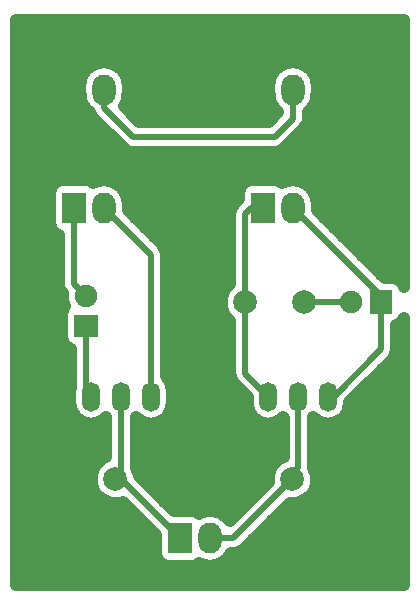
<source format=gbr>
%TF.GenerationSoftware,KiCad,Pcbnew,4.0.4-stable*%
%TF.CreationDate,2016-11-28T19:33:47+01:00*%
%TF.ProjectId,Channel_Sw_Prototype,4368616E6E656C5F53775F50726F746F,rev?*%
%TF.FileFunction,Copper,L1,Top,Signal*%
%FSLAX46Y46*%
G04 Gerber Fmt 4.6, Leading zero omitted, Abs format (unit mm)*
G04 Created by KiCad (PCBNEW 4.0.4-stable) date 11/28/16 19:33:47*
%MOMM*%
%LPD*%
G01*
G04 APERTURE LIST*
%ADD10C,0.100000*%
%ADD11R,1.900000X2.000000*%
%ADD12C,1.900000*%
%ADD13R,2.000000X1.900000*%
%ADD14R,2.000000X2.600000*%
%ADD15O,2.000000X2.600000*%
%ADD16O,1.501140X2.499360*%
%ADD17C,1.998980*%
%ADD18C,0.500000*%
%ADD19C,1.000000*%
G04 APERTURE END LIST*
D10*
D11*
X132000000Y-75000000D03*
D12*
X129460000Y-75000000D03*
D13*
X107000000Y-77000000D03*
D12*
X107000000Y-74460000D03*
D14*
X106000000Y-57000000D03*
D15*
X108540000Y-57000000D03*
D14*
X122000000Y-67000000D03*
D15*
X124540000Y-67000000D03*
D14*
X106000000Y-67000000D03*
D15*
X108540000Y-67000000D03*
D14*
X122000000Y-57000000D03*
D15*
X124540000Y-57000000D03*
D14*
X115000000Y-95000000D03*
D15*
X117540000Y-95000000D03*
D16*
X125000000Y-83000000D03*
X122460000Y-83000000D03*
X127540000Y-83000000D03*
X110000000Y-83000000D03*
X107460000Y-83000000D03*
X112540000Y-83000000D03*
D17*
X124499360Y-90000000D03*
X119498100Y-90000000D03*
X120500640Y-75000000D03*
X125501900Y-75000000D03*
X109499360Y-90000000D03*
X104498100Y-90000000D03*
D18*
X132000000Y-75000000D02*
X132000000Y-74460000D01*
X132000000Y-74460000D02*
X124540000Y-67000000D01*
X127540000Y-83000000D02*
X128000000Y-83000000D01*
X128000000Y-83000000D02*
X132000000Y-79000000D01*
X132000000Y-79000000D02*
X132000000Y-75000000D01*
X127540000Y-83000000D02*
X127540000Y-82460000D01*
X125501900Y-75000000D02*
X129460000Y-75000000D01*
X107000000Y-77000000D02*
X107000000Y-82540000D01*
X107000000Y-82540000D02*
X107460000Y-83000000D01*
X106000000Y-67000000D02*
X106000000Y-73460000D01*
X106000000Y-73460000D02*
X107000000Y-74460000D01*
X108540000Y-57000000D02*
X108540000Y-58540000D01*
X124540000Y-59460000D02*
X124540000Y-57000000D01*
X123000000Y-61000000D02*
X124540000Y-59460000D01*
X111000000Y-61000000D02*
X123000000Y-61000000D01*
X108540000Y-58540000D02*
X111000000Y-61000000D01*
X120500640Y-75000000D02*
X120500640Y-81040640D01*
X120500640Y-81040640D02*
X122460000Y-83000000D01*
X122000000Y-67000000D02*
X121000000Y-67000000D01*
X121000000Y-67000000D02*
X120500640Y-67499360D01*
X120500640Y-67499360D02*
X120500640Y-75000000D01*
X112540000Y-83000000D02*
X112540000Y-71000000D01*
X112540000Y-71000000D02*
X108540000Y-67000000D01*
X109499360Y-90000000D02*
X110000000Y-90000000D01*
X110000000Y-90000000D02*
X115000000Y-95000000D01*
X110000000Y-83000000D02*
X110000000Y-89499360D01*
X110000000Y-89499360D02*
X109499360Y-90000000D01*
X110000000Y-89499360D02*
X109499360Y-90000000D01*
X124499360Y-90000000D02*
X124499360Y-89500640D01*
X124499360Y-89500640D02*
X125000000Y-89000000D01*
X125000000Y-89000000D02*
X125000000Y-83000000D01*
X117540000Y-95000000D02*
X119499360Y-95000000D01*
X119499360Y-95000000D02*
X124499360Y-90000000D01*
X117540000Y-95000000D02*
X117540000Y-93959360D01*
X117540000Y-94959360D02*
X117540000Y-95000000D01*
D19*
X101083000Y-51083000D02*
X133917000Y-51083000D01*
X101083000Y-51883000D02*
X133917000Y-51883000D01*
X101083000Y-52683000D02*
X133917000Y-52683000D01*
X101083000Y-53483000D02*
X133917000Y-53483000D01*
X101083000Y-54283000D02*
X133917000Y-54283000D01*
X101083000Y-55083000D02*
X107347486Y-55083000D01*
X109732515Y-55083000D02*
X123347486Y-55083000D01*
X125732515Y-55083000D02*
X133917000Y-55083000D01*
X101083000Y-55883000D02*
X106687093Y-55883000D01*
X110392908Y-55883000D02*
X122687093Y-55883000D01*
X126392908Y-55883000D02*
X133917000Y-55883000D01*
X101083000Y-56683000D02*
X106532000Y-56683000D01*
X110548000Y-56683000D02*
X122532000Y-56683000D01*
X126548000Y-56683000D02*
X133917000Y-56683000D01*
X101083000Y-57483000D02*
X106559406Y-57483000D01*
X110520593Y-57483000D02*
X122559406Y-57483000D01*
X126520593Y-57483000D02*
X133917000Y-57483000D01*
X101083000Y-58283000D02*
X106798010Y-58283000D01*
X110281989Y-58283000D02*
X122798010Y-58283000D01*
X126281989Y-58283000D02*
X133917000Y-58283000D01*
X101083000Y-59083000D02*
X107418909Y-59083000D01*
X110862081Y-59083000D02*
X123137920Y-59083000D01*
X125798000Y-59083000D02*
X133917000Y-59083000D01*
X101083000Y-59883000D02*
X108103919Y-59883000D01*
X125713859Y-59883000D02*
X133917000Y-59883000D01*
X101083000Y-60683000D02*
X108903919Y-60683000D01*
X125096080Y-60683000D02*
X133917000Y-60683000D01*
X101083000Y-61483000D02*
X109703919Y-61483000D01*
X124296080Y-61483000D02*
X133917000Y-61483000D01*
X101083000Y-62283000D02*
X133917000Y-62283000D01*
X101083000Y-63083000D02*
X133917000Y-63083000D01*
X101083000Y-63883000D02*
X133917000Y-63883000D01*
X101083000Y-64683000D02*
X104942885Y-64683000D01*
X107053071Y-64683000D02*
X108357931Y-64683000D01*
X108722070Y-64683000D02*
X120942885Y-64683000D01*
X123053071Y-64683000D02*
X124357931Y-64683000D01*
X124722070Y-64683000D02*
X133917000Y-64683000D01*
X101083000Y-65483000D02*
X104016197Y-65483000D01*
X110125636Y-65483000D02*
X120016197Y-65483000D01*
X126125636Y-65483000D02*
X133917000Y-65483000D01*
X101083000Y-66283000D02*
X103972253Y-66283000D01*
X110474048Y-66283000D02*
X119937920Y-66283000D01*
X126474048Y-66283000D02*
X133917000Y-66283000D01*
X101083000Y-67083000D02*
X103972253Y-67083000D01*
X110548000Y-67083000D02*
X119325460Y-67083000D01*
X126548000Y-67083000D02*
X133917000Y-67083000D01*
X101083000Y-67883000D02*
X103972253Y-67883000D01*
X111202081Y-67883000D02*
X119242640Y-67883000D01*
X127202080Y-67883000D02*
X133917000Y-67883000D01*
X101083000Y-68683000D02*
X104048626Y-68683000D01*
X112002081Y-68683000D02*
X119242640Y-68683000D01*
X128002080Y-68683000D02*
X133917000Y-68683000D01*
X101083000Y-69483000D02*
X104742000Y-69483000D01*
X112802081Y-69483000D02*
X119242640Y-69483000D01*
X128802080Y-69483000D02*
X133917000Y-69483000D01*
X101083000Y-70283000D02*
X104742000Y-70283000D01*
X113544828Y-70283000D02*
X119242640Y-70283000D01*
X129602080Y-70283000D02*
X133917000Y-70283000D01*
X101083000Y-71083000D02*
X104742000Y-71083000D01*
X113798000Y-71083000D02*
X119242640Y-71083000D01*
X130402080Y-71083000D02*
X133917000Y-71083000D01*
X101083000Y-71883000D02*
X104742000Y-71883000D01*
X113798000Y-71883000D02*
X119242640Y-71883000D01*
X131202080Y-71883000D02*
X133917000Y-71883000D01*
X101083000Y-72683000D02*
X104742000Y-72683000D01*
X113798000Y-72683000D02*
X119242640Y-72683000D01*
X132002080Y-72683000D02*
X133917000Y-72683000D01*
X101083000Y-73483000D02*
X104746575Y-73483000D01*
X113798000Y-73483000D02*
X119178790Y-73483000D01*
X133815148Y-73483000D02*
X133917000Y-73483000D01*
X101083000Y-74283000D02*
X105042154Y-74283000D01*
X113798000Y-74283000D02*
X118624687Y-74283000D01*
X101083000Y-75083000D02*
X105138859Y-75083000D01*
X113798000Y-75083000D02*
X118493077Y-75083000D01*
X101083000Y-75883000D02*
X105006072Y-75883000D01*
X113798000Y-75883000D02*
X118693380Y-75883000D01*
X101083000Y-76683000D02*
X104972253Y-76683000D01*
X113798000Y-76683000D02*
X119242640Y-76683000D01*
X133703307Y-76683000D02*
X133917000Y-76683000D01*
X101083000Y-77483000D02*
X104972253Y-77483000D01*
X113798000Y-77483000D02*
X119242640Y-77483000D01*
X133258000Y-77483000D02*
X133917000Y-77483000D01*
X101083000Y-78283000D02*
X105034911Y-78283000D01*
X113798000Y-78283000D02*
X119242640Y-78283000D01*
X133258000Y-78283000D02*
X133917000Y-78283000D01*
X101083000Y-79083000D02*
X105742000Y-79083000D01*
X113798000Y-79083000D02*
X119242640Y-79083000D01*
X133241490Y-79083000D02*
X133917000Y-79083000D01*
X101083000Y-79883000D02*
X105742000Y-79883000D01*
X113798000Y-79883000D02*
X119242640Y-79883000D01*
X132893910Y-79883000D02*
X133917000Y-79883000D01*
X101083000Y-80683000D02*
X105742000Y-80683000D01*
X113798000Y-80683000D02*
X119242640Y-80683000D01*
X132096080Y-80683000D02*
X133917000Y-80683000D01*
X101083000Y-81483000D02*
X105742000Y-81483000D01*
X113963798Y-81483000D02*
X119330631Y-81483000D01*
X131296080Y-81483000D02*
X133917000Y-81483000D01*
X101083000Y-82283000D02*
X105735973Y-82283000D01*
X114264028Y-82283000D02*
X119963919Y-82283000D01*
X130496080Y-82283000D02*
X133917000Y-82283000D01*
X101083000Y-83083000D02*
X105701430Y-83083000D01*
X114298570Y-83083000D02*
X120701430Y-83083000D01*
X129696080Y-83083000D02*
X133917000Y-83083000D01*
X101083000Y-83883000D02*
X105768992Y-83883000D01*
X114231007Y-83883000D02*
X120768992Y-83883000D01*
X129231007Y-83883000D02*
X133917000Y-83883000D01*
X101083000Y-84683000D02*
X106147120Y-84683000D01*
X113852879Y-84683000D02*
X121147120Y-84683000D01*
X128852879Y-84683000D02*
X133917000Y-84683000D01*
X101083000Y-85483000D02*
X108742000Y-85483000D01*
X111258000Y-85483000D02*
X123742000Y-85483000D01*
X126258000Y-85483000D02*
X133917000Y-85483000D01*
X101083000Y-86283000D02*
X108742000Y-86283000D01*
X111258000Y-86283000D02*
X123742000Y-86283000D01*
X126258000Y-86283000D02*
X133917000Y-86283000D01*
X101083000Y-87083000D02*
X108742000Y-87083000D01*
X111258000Y-87083000D02*
X123742000Y-87083000D01*
X126258000Y-87083000D02*
X133917000Y-87083000D01*
X101083000Y-87883000D02*
X108742000Y-87883000D01*
X111258000Y-87883000D02*
X123742000Y-87883000D01*
X126258000Y-87883000D02*
X133917000Y-87883000D01*
X101083000Y-88683000D02*
X107977161Y-88683000D01*
X111258000Y-88683000D02*
X122977161Y-88683000D01*
X126258000Y-88683000D02*
X133917000Y-88683000D01*
X101083000Y-89483000D02*
X107540360Y-89483000D01*
X111457848Y-89483000D02*
X122540360Y-89483000D01*
X126457848Y-89483000D02*
X133917000Y-89483000D01*
X101083000Y-90283000D02*
X107491622Y-90283000D01*
X112062080Y-90283000D02*
X122437280Y-90283000D01*
X126506604Y-90283000D02*
X133917000Y-90283000D01*
X101083000Y-91083000D02*
X107774738Y-91083000D01*
X112862080Y-91083000D02*
X121637280Y-91083000D01*
X126223337Y-91083000D02*
X133917000Y-91083000D01*
X101083000Y-91883000D02*
X108799329Y-91883000D01*
X113662080Y-91883000D02*
X120837280Y-91883000D01*
X125199053Y-91883000D02*
X133917000Y-91883000D01*
X101083000Y-92683000D02*
X110903920Y-92683000D01*
X116053071Y-92683000D02*
X117357931Y-92683000D01*
X117722070Y-92683000D02*
X120037280Y-92683000D01*
X123595440Y-92683000D02*
X133917000Y-92683000D01*
X101083000Y-93483000D02*
X111703920Y-93483000D01*
X119125636Y-93483000D02*
X119237280Y-93483000D01*
X122795440Y-93483000D02*
X133917000Y-93483000D01*
X101083000Y-94283000D02*
X112503920Y-94283000D01*
X121995440Y-94283000D02*
X133917000Y-94283000D01*
X101083000Y-95083000D02*
X112972253Y-95083000D01*
X121195440Y-95083000D02*
X133917000Y-95083000D01*
X101083000Y-95883000D02*
X112972253Y-95883000D01*
X120395440Y-95883000D02*
X133917000Y-95883000D01*
X101083000Y-96683000D02*
X113048626Y-96683000D01*
X119014718Y-96683000D02*
X133917000Y-96683000D01*
X101083000Y-97483000D02*
X133917000Y-97483000D01*
X101083000Y-98283000D02*
X133917000Y-98283000D01*
X133917000Y-73677159D02*
X133907460Y-73626458D01*
X133686697Y-73283382D01*
X133349851Y-73053225D01*
X132950000Y-72972253D01*
X132291333Y-72972253D01*
X126548000Y-67228920D01*
X126548000Y-66654784D01*
X126395150Y-65886356D01*
X125959870Y-65234914D01*
X125308428Y-64799634D01*
X124540000Y-64646784D01*
X123771572Y-64799634D01*
X123617976Y-64902264D01*
X123399851Y-64753225D01*
X123000000Y-64672253D01*
X121000000Y-64672253D01*
X120626458Y-64742540D01*
X120283382Y-64963303D01*
X120053225Y-65300149D01*
X119972253Y-65700000D01*
X119972253Y-66248666D01*
X119611100Y-66609820D01*
X119338400Y-67017944D01*
X119242640Y-67499360D01*
X119242640Y-73419261D01*
X118799765Y-73861364D01*
X118493499Y-74598934D01*
X118492802Y-75397563D01*
X118797780Y-76135666D01*
X119242640Y-76581303D01*
X119242640Y-81040640D01*
X119338400Y-81522056D01*
X119370743Y-81570460D01*
X119611100Y-81930180D01*
X120701430Y-83020511D01*
X120701430Y-83543341D01*
X120835293Y-84216317D01*
X121216503Y-84786838D01*
X121787024Y-85168048D01*
X122460000Y-85301911D01*
X123132976Y-85168048D01*
X123703497Y-84786838D01*
X123730000Y-84747173D01*
X123742000Y-84765133D01*
X123742000Y-88140827D01*
X123363694Y-88297140D01*
X122798485Y-88861364D01*
X122492219Y-89598934D01*
X122491669Y-90228611D01*
X119170354Y-93549926D01*
X118959870Y-93234914D01*
X118308428Y-92799634D01*
X117540000Y-92646784D01*
X116771572Y-92799634D01*
X116617976Y-92902264D01*
X116399851Y-92753225D01*
X116000000Y-92672253D01*
X114451333Y-92672253D01*
X111507088Y-89728008D01*
X111507198Y-89602437D01*
X111258000Y-88999332D01*
X111258000Y-84765133D01*
X111270000Y-84747173D01*
X111296503Y-84786838D01*
X111867024Y-85168048D01*
X112540000Y-85301911D01*
X113212976Y-85168048D01*
X113783497Y-84786838D01*
X114164707Y-84216317D01*
X114298570Y-83543341D01*
X114298570Y-82456659D01*
X114164707Y-81783683D01*
X113798000Y-81234867D01*
X113798000Y-71000000D01*
X113702240Y-70518584D01*
X113565890Y-70314522D01*
X113429540Y-70110459D01*
X110548000Y-67228920D01*
X110548000Y-66654784D01*
X110395150Y-65886356D01*
X109959870Y-65234914D01*
X109308428Y-64799634D01*
X108540000Y-64646784D01*
X107771572Y-64799634D01*
X107617976Y-64902264D01*
X107399851Y-64753225D01*
X107000000Y-64672253D01*
X105000000Y-64672253D01*
X104626458Y-64742540D01*
X104283382Y-64963303D01*
X104053225Y-65300149D01*
X103972253Y-65700000D01*
X103972253Y-68300000D01*
X104042540Y-68673542D01*
X104263303Y-69016618D01*
X104600149Y-69246775D01*
X104742000Y-69275501D01*
X104742000Y-73460000D01*
X104837760Y-73941416D01*
X104950712Y-74110460D01*
X105042185Y-74247359D01*
X105041661Y-74847761D01*
X105252621Y-75358323D01*
X105053225Y-75650149D01*
X104972253Y-76050000D01*
X104972253Y-77950000D01*
X105042540Y-78323542D01*
X105263303Y-78666618D01*
X105600149Y-78896775D01*
X105742000Y-78925501D01*
X105742000Y-82252699D01*
X105701430Y-82456659D01*
X105701430Y-83543341D01*
X105835293Y-84216317D01*
X106216503Y-84786838D01*
X106787024Y-85168048D01*
X107460000Y-85301911D01*
X108132976Y-85168048D01*
X108703497Y-84786838D01*
X108730000Y-84747173D01*
X108742000Y-84765133D01*
X108742000Y-88140827D01*
X108363694Y-88297140D01*
X107798485Y-88861364D01*
X107492219Y-89598934D01*
X107491522Y-90397563D01*
X107796500Y-91135666D01*
X108360724Y-91700875D01*
X109098294Y-92007141D01*
X109896923Y-92007838D01*
X110131735Y-91910815D01*
X112972253Y-94751333D01*
X112972253Y-96300000D01*
X113042540Y-96673542D01*
X113263303Y-97016618D01*
X113600149Y-97246775D01*
X114000000Y-97327747D01*
X116000000Y-97327747D01*
X116373542Y-97257460D01*
X116619832Y-97098977D01*
X116771572Y-97200366D01*
X117540000Y-97353216D01*
X118308428Y-97200366D01*
X118959870Y-96765086D01*
X119298694Y-96258000D01*
X119499360Y-96258000D01*
X119980776Y-96162240D01*
X120388900Y-95889540D01*
X124271148Y-92007292D01*
X124896923Y-92007838D01*
X125635026Y-91702860D01*
X126200235Y-91138636D01*
X126506501Y-90401066D01*
X126507198Y-89602437D01*
X126258000Y-88999332D01*
X126258000Y-84765133D01*
X126270000Y-84747173D01*
X126296503Y-84786838D01*
X126867024Y-85168048D01*
X127540000Y-85301911D01*
X128212976Y-85168048D01*
X128783497Y-84786838D01*
X129164707Y-84216317D01*
X129298570Y-83543341D01*
X129298570Y-83480510D01*
X132889540Y-79889541D01*
X133025890Y-79685478D01*
X133162240Y-79481416D01*
X133258000Y-79000000D01*
X133258000Y-76969793D01*
X133323542Y-76957460D01*
X133666618Y-76736697D01*
X133896775Y-76399851D01*
X133917000Y-76299977D01*
X133917000Y-98917000D01*
X101083000Y-98917000D01*
X101083000Y-56654784D01*
X106532000Y-56654784D01*
X106532000Y-57345216D01*
X106684850Y-58113644D01*
X107120130Y-58765086D01*
X107358447Y-58924325D01*
X107377760Y-59021416D01*
X107497331Y-59200366D01*
X107650460Y-59429540D01*
X110110459Y-61889540D01*
X110518584Y-62162240D01*
X111000000Y-62258000D01*
X123000000Y-62258000D01*
X123481416Y-62162240D01*
X123889540Y-61889540D01*
X125429540Y-60349540D01*
X125589289Y-60110459D01*
X125702240Y-59941416D01*
X125798000Y-59460000D01*
X125798000Y-58873244D01*
X125959870Y-58765086D01*
X126395150Y-58113644D01*
X126548000Y-57345216D01*
X126548000Y-56654784D01*
X126395150Y-55886356D01*
X125959870Y-55234914D01*
X125308428Y-54799634D01*
X124540000Y-54646784D01*
X123771572Y-54799634D01*
X123120130Y-55234914D01*
X122684850Y-55886356D01*
X122532000Y-56654784D01*
X122532000Y-57345216D01*
X122684850Y-58113644D01*
X123120130Y-58765086D01*
X123282000Y-58873244D01*
X123282000Y-58938920D01*
X122478920Y-59742000D01*
X111521081Y-59742000D01*
X110193906Y-58414826D01*
X110395150Y-58113644D01*
X110548000Y-57345216D01*
X110548000Y-56654784D01*
X110395150Y-55886356D01*
X109959870Y-55234914D01*
X109308428Y-54799634D01*
X108540000Y-54646784D01*
X107771572Y-54799634D01*
X107120130Y-55234914D01*
X106684850Y-55886356D01*
X106532000Y-56654784D01*
X101083000Y-56654784D01*
X101083000Y-51083000D01*
X133917000Y-51083000D01*
X133917000Y-73677159D01*
M02*

</source>
